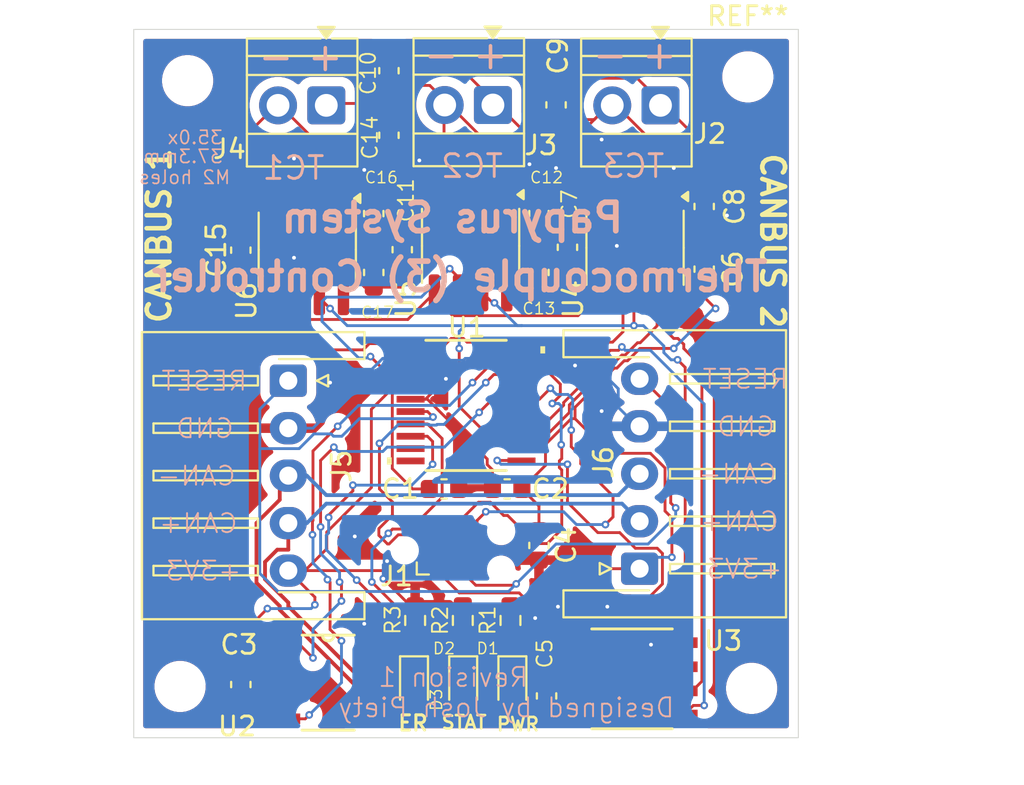
<source format=kicad_pcb>
(kicad_pcb (version 20241229) (generator "pcbnew") (generator_version "9.0")
  (layers (0 "F.Cu" signal) (2 "B.Cu" signal) (13 "F.Paste" user) (15 "B.Paste" user) (5 "F.SilkS" user "F.Silkscreen") (7 "B.SilkS" user "B.Silkscreen") (1 "F.Mask" user) (3 "B.Mask" user) (25 "Edge.Cuts" user))
  (net 0 "")
  (net 1 "GND")
  (net 2 "+3V3")
  (net 3 "Net-(J2-Pin_1)")
  (net 4 "Net-(J2-Pin_2)")
  (net 5 "Net-(J3-Pin_1)")
  (net 6 "Net-(J3-Pin_2)")
  (net 7 "Net-(J4-Pin_2)")
  (net 8 "Net-(J4-Pin_1)")
  (net 9 "Net-(D1-K)")
  (net 10 "/STATUS")
  (net 11 "Net-(D2-K)")
  (net 12 "/FAULT")
  (net 13 "Net-(D3-K)")
  (net 14 "/SWDIO")
  (net 15 "/SWCLK")
  (net 16 "/SWO")
  (net 17 "/RESETB")
  (net 18 "/CAN+")
  (net 19 "/CAN-")
  (net 21 "/CANTX")
  (net 22 "/CANRX")
  (net 23 "/MOSI")
  (net 24 "/TC2_CS")
  (net 26 "/TC1_CS")
  (net 27 "/SCK")
  (net 28 "/FLASH_CE")
  (net 29 "/TC3_CS")
  (net 30 "/MISO")
  (footprint "Capacitor_SMD:C_0603_1608Metric" (layer "F.Cu") (at 140.6 45.125 90)
    (property "Reference" "C6")
    (property "Value" "100n")
  )
  (footprint "Capacitor_SMD:C_0603_1608Metric" (layer "F.Cu") (at 124.7 44.1 -90)
    (property "Reference" "C11")
    (property "Value" "100n")
  )
  (footprint "Capacitor_SMD:C_0603_1608Metric" (layer "F.Cu") (at 140.6 41.825 90)
    (property "Reference" "C8")
    (property "Value" "100n")
  )
  (footprint "footprints:SOIC8_SA_SST_MCH" (layer "F.Cu") (at 136.8 66.7)
    (property "Reference" "U3")
    (property "Value" "SST25PF020B-80-4C-SAE")
  )
  (footprint "Connector_JST:JST_XH_S5B-XH-A-1_1x05_P2.50mm_Horizontal" (layer "F.Cu") (at 137.2 60.9 90)
    (property "Reference" "J6")
    (property "Value" "Conn_01x05")
  )
  (footprint "Capacitor_SMD:C_0603_1608Metric" (layer "F.Cu") (at 131.9 59.675 -90)
    (property "Reference" "C4")
    (property "Value" "100n")
  )
  (footprint "LED_SMD:LED_0603_1608Metric" (layer "F.Cu") (at 127.91 67 -90)
    (property "Reference" "D2")
    (property "Value" "LED")
  )
  (footprint "Capacitor_SMD:C_0603_1608Metric" (layer "F.Cu") (at 133.4 43.975 -90)
    (property "Reference" "C7")
    (property "Value" "100n")
  )
  (footprint "Capacitor_SMD:C_0603_1608Metric" (layer "F.Cu") (at 126.9 56.7)
    (property "Reference" "C1")
    (property "Value" "100n")
  )
  (footprint "Capacitor_SMD:C_0603_1608Metric" (layer "F.Cu") (at 124 38.075 -90)
    (property "Reference" "C14")
    (property "Value" "100n")
  )
  (footprint "Resistor_SMD:R_0603_1608Metric" (layer "F.Cu") (at 127.89 63.625 90)
    (property "Reference" "R2")
    (property "Value" "1k")
  )
  (footprint "Capacitor_SMD:C_0603_1608Metric" (layer "F.Cu") (at 132.3 67.6 -90)
    (property "Reference" "C5")
    (property "Value" "100n")
  )
  (footprint "footprints:D8" (layer "F.Cu") (at 120.8 66.9)
    (property "Reference" "U2")
    (property "Value" "SN65HVD232QDRG4Q1")
  )
  (footprint "Resistor_SMD:R_0603_1608Metric" (layer "F.Cu") (at 130.4 63.625 90)
    (property "Reference" "R1")
    (property "Value" "1k")
  )
  (footprint "MountingHole:MountingHole_2.2mm_M2" (layer "F.Cu") (at 113.4 35.2)
    (property "Reference" "REF**" (hide yes))
    (property "Value" "MountingHole_2.2mm_M2")
  )
  (footprint "Capacitor_SMD:C_0603_1608Metric" (layer "F.Cu") (at 131.9 42.2 90)
    (property "Reference" "C12")
    (property "Value" "100n")
  )
  (footprint "Connector:Tag-Connect_TC2030-IDC-NL_2x03_P1.27mm_Vertical" (layer "F.Cu") (at 127.37 59.935)
    (property "Reference" "J1")
    (property "Value" "Conn_ARM_SWD_TagConnect_TC2030-NL")
  )
  (footprint "TerminalBlock:TerminalBlock_Xinya_XY308-2.54-2P_1x02_P2.54mm_Horizontal" (layer "F.Cu") (at 138.3 36.5 180)
    (property "Reference" "J2")
    (property "Value" "Screw_Terminal_01x02")
  )
  (footprint "LED_SMD:LED_0603_1608Metric" (layer "F.Cu") (at 125.32 67 -90)
    (property "Reference" "D3")
    (property "Value" "LED")
  )
  (footprint "Capacitor_SMD:C_0603_1608Metric" (layer "F.Cu") (at 131.9 45.3 90)
    (property "Reference" "C13")
    (property "Value" "100n")
  )
  (footprint "TerminalBlock:TerminalBlock_Xinya_XY308-2.54-2P_1x02_P2.54mm_Horizontal" (layer "F.Cu") (at 129.475 36.4825 180)
    (property "Reference" "J3")
    (property "Value" "Screw_Terminal_01x02")
  )
  (footprint "MountingHole:MountingHole_2.2mm_M2" (layer "F.Cu") (at 113 67.1)
    (property "Reference" "REF**" (hide yes))
    (property "Value" "MountingHole_2.2mm_M2")
  )
  (footprint "Capacitor_SMD:C_0603_1608Metric" (layer "F.Cu") (at 123.2 45.3 90)
    (property "Reference" "C17")
    (property "Value" "100n")
  )
  (footprint "Package_SO:SOIC-8_3.9x4.9mm_P1.27mm" (layer "F.Cu") (at 136.96 44 -90)
    (property "Reference" "U4")
    (property "Value" "MAX31855KASA")
  )
  (footprint "Capacitor_SMD:C_0603_1608Metric" (layer "F.Cu") (at 124 34.675 -90)
    (property "Reference" "C10")
    (property "Value" "100n")
  )
  (footprint "Capacitor_SMD:C_0603_1608Metric" (layer "F.Cu") (at 130.225 56.7 180)
    (property "Reference" "C2")
    (property "Value" "10u")
  )
  (footprint "Package_SO:SOIC-8_3.9x4.9mm_P1.27mm" (layer "F.Cu") (at 119.7 44.1 -90)
    (property "Reference" "U6")
    (property "Value" "MAX31855KASA")
  )
  (footprint "Capacitor_SMD:C_0603_1608Metric" (layer "F.Cu") (at 116.2 67 90)
    (property "Reference" "C3")
    (property "Value" "100n")
  )
  (footprint "TerminalBlock:TerminalBlock_Xinya_XY308-2.54-2P_1x02_P2.54mm_Horizontal" (layer "F.Cu") (at 120.7 36.5 180)
    (property "Reference" "J4")
    (property "Value" "Screw_Terminal_01x02")
  )
  (footprint "Connector_JST:JST_XH_S5B-XH-A-1_1x05_P2.50mm_Horizontal" (layer "F.Cu") (at 118.7 51 -90)
    (property "Reference" "J5")
    (property "Value" "Conn_01x05")
  )
  (footprint "MountingHole:MountingHole_2.2mm_M2" (layer "F.Cu") (at 142.9 35)
    (property "Reference" "REF**")
    (property "Value" "MountingHole_2.2mm_M2")
  )
  (footprint "footprints:TSSOP20_STM" (layer "F.Cu") (at 128.06 52.3)
    (property "Reference" "U1")
    (property "Value" "STM32C092FCP6")
  )
  (footprint "MountingHole:MountingHole_2.2mm_M2" (layer "F.Cu") (at 143.1 67.2)
    (property "Reference" "REF**" (hide yes))
    (property "Value" "MountingHole_2.2mm_M2")
  )
  (footprint "Resistor_SMD:R_0603_1608Metric" (layer "F.Cu") (at 125.38 63.625 90)
    (property "Reference" "R3")
    (property "Value" "1k")
  )
  (footprint "Capacitor_SMD:C_0603_1608Metric" (layer "F.Cu") (at 116.2 44.125 -90)
    (property "Reference" "C15")
    (property "Value" "100n")
  )
  (footprint "LED_SMD:LED_0603_1608Metric" (layer "F.Cu") (at 130.5 67 -90)
    (property "Reference" "D1")
    (property "Value" "LED")
  )
  (footprint "Capacitor_SMD:C_0603_1608Metric" (layer "F.Cu") (at 123.2 42.2 90)
    (property "Reference" "C16")
    (property "Value" "100n")
  )
  (footprint "Package_SO:SOIC-8_3.9x4.9mm_P1.27mm" (layer "F.Cu") (at 128.3 43.9 -90)
    (property "Reference" "U5")
    (property "Value" "MAX31855KASA")
  )
  (footprint "Capacitor_SMD:C_0603_1608Metric" (layer "F.Cu") (at 132.8 36.475 -90)
    (property "Reference" "C9")
    (property "Value" "100n")
  )
  (gr_rect (start 110.56 32.5) (end 145.56 69.8) (stroke (width 0.05)) (fill no) (layer "Edge.Cuts"))
  (gr_text "STAT" (at 126.7 69.4 0) (layer "F.SilkS") (effects (font (size 0.7 0.7) (thickness 0.14) (bold yes)) (justify left bottom)))
  (gr_text "CANBUS 2" (at 143.5 38.9 270) (layer "F.SilkS") (effects (font (size 1.2 1.2) (thickness 0.24) (bold yes)) (justify left bottom)))
  (gr_text "CANBUS 1" (at 112.6 48.1 90) (layer "F.SilkS") (effects (font (size 1.2 1.2) (thickness 0.24) (bold yes)) (justify left bottom)))
  (gr_text "ER\n" (at 124.4 69.5 0) (layer "F.SilkS") (effects (font (size 0.8 0.8) (thickness 0.16) (bold yes)) (justify left bottom)))
  (gr_text "PWR" (at 129.6 69.5 0) (layer "F.SilkS") (effects (font (size 0.7 0.7) (thickness 0.14) (bold yes)) (justify left bottom)))
  (gr_text "+3V3" (at 116.3 61.6 0) (layer "B.SilkS") (effects (font (size 1 1) (thickness 0.1)) (justify left bottom mirror)))
  (gr_text "CAN+" (at 116.1 59.1 0) (layer "B.SilkS") (effects (font (size 1 1) (thickness 0.1)) (justify left bottom mirror)))
  (gr_text "TC1" (at 120.7 40.5 0) (layer "B.SilkS") (effects (font (size 1.2 1.2)) (justify left bottom mirror)))
  (gr_text "Revision 1" (at 131.4 67.2 0) (layer "B.SilkS") (effects (font (size 1 1) (thickness 0.1)) (justify left bottom mirror)))
  (gr_text "RESET" (at 145.1 51.5 0) (layer "B.SilkS") (effects (font (size 1 1) (thickness 0.1)) (justify left bottom mirror)))
  (gr_text "37.3mm" (at 115.3 39.6 0) (layer "B.SilkS") (effects (font (size 0.7 0.7) (thickness 0.0875)) (justify left bottom mirror)))
  (gr_text "+3V3" (at 144.8 61.5 0) (layer "B.SilkS") (effects (font (size 1 1) (thickness 0.1)) (justify left bottom mirror)))
  (gr_text "Thermocouple (3) Controller " (at 144.1 46.4 0) (layer "B.SilkS") (effects (font (size 1.5 1.5) (thickness 0.3) (bold yes)) (justify left bottom mirror)))
  (gr_text "CAN-" (at 116 56.6 0) (layer "B.SilkS") (effects (font (size 1 1) (thickness 0.1)) (justify left bottom mirror)))
  (gr_text "+" (at 139.3 34.7 0) (layer "B.SilkS") (effects (font (size 1.5 1.5) (thickness 0.1875)) (justify left bottom mirror)))
  (gr_text "CAN+" (at 144.6 59 0) (layer "B.SilkS") (effects (font (size 1 1) (thickness 0.1)) (justify left bottom mirror)))
  (gr_text "+" (at 130.4 34.7 0) (layer "B.SilkS") (effects (font (size 1.5 1.5) (thickness 0.1875)) (justify left bottom mirror)))
  (gr_text "35.0x" (at 115.3 38.6 0) (layer "B.SilkS") (effects (font (size 0.7 0.7) (thickness 0.0875)) (justify left bottom mirror)))
  (gr_text "-" (at 127.8 34.7 0) (layer "B.SilkS") (effects (font (size 1.5 1.5) (thickness 0.1875)) (justify left bottom mirror)))
  (gr_text "-" (at 136.7 34.7 0) (layer "B.SilkS") (effects (font (size 1.5 1.5) (thickness 0.1875)) (justify left bottom mirror)))
  (gr_text "TC3" (at 138.6 40.4 0) (layer "B.SilkS") (effects (font (size 1.2 1.2)) (justify left bottom mirror)))
  (gr_text "+" (at 121.7 34.8 0) (layer "B.SilkS") (effects (font (size 1.5 1.5) (thickness 0.1875)) (justify left bottom mirror)))
  (gr_text "Papyrus System" (at 136.5 43.3 0) (layer "B.SilkS") (effects (font (size 1.5 1.5) (thickness 0.3) (bold yes)) (justify left bottom mirror)))
  (gr_text "RESET" (at 116.6 51.6 0) (layer "B.SilkS") (effects (font (size 1 1) (thickness 0.1)) (justify left bottom mirror)))
  (gr_text "M2 holes" (at 115.7 40.7 0) (layer "B.SilkS") (effects (font (size 0.7 0.7) (thickness 0.0875)) (justify left bottom mirror)))
  (gr_text "-" (at 119.1 34.8 0) (layer "B.SilkS") (effects (font (size 1.5 1.5) (thickness 0.1875)) (justify left bottom mirror)))
  (gr_text "GND" (at 144.4 54 0) (layer "B.SilkS") (effects (font (size 1 1) (thickness 0.1)) (justify left bottom mirror)))
  (gr_text "Designed by Josh Piety" (at 139.1 68.8 0) (layer "B.SilkS") (effects (font (size 1 1) (thickness 0.1)) (justify left bottom mirror)))
  (gr_text "CAN-" (at 144.5 56.5 0) (layer "B.SilkS") (effects (font (size 1 1) (thickness 0.1)) (justify left bottom mirror)))
  (gr_text "GND" (at 115.9 54.1 0) (layer "B.SilkS") (effects (font (size 1 1) (thickness 0.1)) (justify left bottom mirror)))
  (gr_text "TC2" (at 130.1 40.4 0) (layer "B.SilkS") (effects (font (size 1.2 1.2)) (justify left bottom mirror)))
  (segment (start 125.38 62.8) (end 125.075 62.8) (width 0.15) (layer "F.Cu") (net 1))
  (segment (start 129.2 68.605) (end 129.695 69.1) (width 0.15) (layer "F.Cu") (net 1))
  (segment (start 125.075 62.8) (end 123.7 61.425) (width 0.15) (layer "F.Cu") (net 1))
  (segment (start 123.901 42.274) (end 123.901 41.099) (width 0.15) (layer "F.Cu") (net 1))
  (segment (start 129.0803 60.1297) (end 131.5797 60.1297) (width 0.15) (layer "F.Cu") (net 1))
  (segment (start 133.2 68.605) (end 132.97 68.375) (width 0.15) (layer "F.Cu") (net 1))
  (segment (start 129.175 55.417463) (end 129.175 55.124399) (width 0.15) (layer "F.Cu") (net 1))
  (segment (start 123.901 41.099) (end 125.6 39.4) (width 0.15) (layer "F.Cu") (net 1))
  (segment (start 130.4 62.8) (end 129.2 64) (width 0.15) (layer "F.Cu") (net 1))
  (segment (start 116.2 44.9) (end 117.11057 44.9) (width 0.15) (layer "F.Cu") (net 1))
  (segment (start 132.8 42.075) (end 132.8 39.8) (width 0.15) (layer "F.Cu") (net 1))
  (segment (start 129.2 64) (end 129.2 68.605) (width 0.15) (layer "F.Cu") (net 1))
  (segment (start 129.175 55.124399) (end 126.0256 51.974999) (width 0.15) (layer "F.Cu") (net 1))
  (segment (start 130.4 62.8) (end 125.38 62.8) (width 0.15) (layer "F.Cu") (net 1))
  (segment (start 141.5 42.6) (end 141.8 42.3) (width 0.15) (layer "F.Cu") (net 1))
  (segment (start 123.2 42.975) (end 123.2 44.525) (width 0.15) (layer "F.Cu") (net 1))
  (segment (start 140.6 44.35) (end 140.6 42.6) (width 0.15) (layer "F.Cu") (net 1))
  (segment (start 124.7 44.875) (end 123.55 44.875) (width 0.15) (layer "F.Cu") (net 1))
  (segment (start 119 44.525) (end 123.2 44.525) (width 0.15) (layer "F.Cu") (net 1))
  (segment (start 140.6 42.6) (end 141.5 42.6) (width 0.15) (layer "F.Cu") (net 1))
  (segment (start 121.605 41.625) (end 122.7 40.53) (width 0.15) (layer "F.Cu") (net 1))
  (segment (start 116.2 66.225) (end 118.2962 66.225) (width 0.15) (layer "F.Cu") (net 1))
  (segment (start 131.9 42.975) (end 131.9 44.525) (width 0.15) (layer "F.Cu") (net 1))
  (segment (start 123.55 44.875) (end 123.2 44.525) (width 0.15) (layer "F.Cu") (net 1))
  (segment (start 119.0474 66.265) (end 121.082 68.2996) (width 0.15) (layer "F.Cu") (net 1))
  (segment (start 130.205 40.195) (end 130.8 39.6) (width 0.15) (layer "F.Cu") (net 1))
  (segment (start 131 69.1) (end 131.725 68.375) (width 0.15) (layer "F.Cu") (net 1))
  (segment (start 130.205 41.425) (end 130.205 40.195) (width 0.15) (layer "F.Cu") (net 1))
  (segment (start 129.45 56.7) (end 127.675 56.7) (width 0.15) (layer "F.Cu") (net 1))
  (segment (start 131.725 68.375) (end 132.3 68.375) (width 0.15) (layer "F.Cu") (net 1))
  (segment (start 131 69.1) (end 129.695 69.1) (width 0.15) (layer "F.Cu") (net 1))
  (segment (start 124.4804 68.2996) (end 124.7858 68.605) (width 0.15) (layer "F.Cu") (net 1))
  (segment (start 117.11057 44.9) (end 117.48557 44.525) (width 0.15) (layer "F.Cu") (net 1))
  (segment (start 131 62.8) (end 131.7 63.5) (width 0.15) (layer "F.Cu") (net 1))
  (segment (start 130.8 39.6) (end 131.4 39.6) (width 0.15) (layer "F.Cu") (net 1))
  (segment (start 130.4 62.8) (end 131 62.8) (width 0.15) (layer "F.Cu") (net 1))
  (segment (start 131.5797 60.1297) (end 131.9 60.45) (width 0.15) (layer "F.Cu") (net 1))
  (segment (start 123.2 42.975) (end 123.901 42.274) (width 0.15) (layer "F.Cu") (net 1))
  (segment (start 128.64 60.57) (end 129.0803 60.1297) (width 0.15) (layer "F.Cu") (net 1))
  (segment (start 125.139 51.974999) (end 125.925001 51.974999) (width 0.15) (layer "F.Cu") (net 1))
  (segment (start 129.45 56.7) (end 129.45 55.692463) (width 0.15) (layer "F.Cu") (net 1))
  (segment (start 117.48557 44.525) (end 119 44.525) (width 0.15) (layer "F.Cu") (net 1))
  (segment (start 121.082 68.2996) (end 124.4804 68.2996) (width 0.15) (layer "F.Cu") (net 1))
  (segment (start 124.7858 68.605) (end 129.2 68.605) (width 0.15) (layer "F.Cu") (net 1))
  (segment (start 133.175 44.525) (end 133.4 44.75) (width 0.15) (layer "F.Cu") (net 1))
  (segment (start 126.0256 51.974999) (end 125.139 51.974999) (width 0.15) (layer "F.Cu") (net 1))
  (segment (start 129.45 55.692463) (end 129.175 55.417463) (width 0.15) (layer "F.Cu") (net 1))
  (segment (start 131.9 44.525) (end 133.175 44.525) (width 0.15) (layer "F.Cu") (net 1))
  (segment (start 139 39.8) (end 138.865 39.935) (width 0.15) (layer "F.Cu") (net 1))
  (segment (start 118.3362 66.265) (end 119.0474 66.265) (width 0.15) (layer "F.Cu") (net 1))
  (segment (start 118.2962 66.225) (end 118.3362 66.265) (width 0.15) (layer "F.Cu") (net 1))
  (segment (start 138.865 39.935) (end 138.865 41.525) (width 0.15) (layer "F.Cu") (net 1))
  (segment (start 122.7 40.53) (end 122.7 39.9) (width 0.15) (layer "F.Cu") (net 1))
  (segment (start 125.925001 51.974999) (end 127 50.9) (width 0.15) (layer "F.Cu") (net 1))
  (segment (start 131.9 42.975) (end 132.8 42.075) (width 0.15) (layer "F.Cu") (net 1))
  (segment (start 132.97 68.375) (end 132.3 68.375) (width 0.15) (layer "F.Cu") (net 1))
  (via (at 125.6 39.4) (size 0.4) (drill 0.2) (layers "F.Cu" "B.Cu") (net 1))
  (via (at 137.8 64.9) (size 0.4) (drill 0.2) (layers "F.Cu" "B.Cu") (net 1))
  (via (at 139 39.8) (size 0.4) (drill 0.2) (layers "F.Cu" "B.Cu") (net 1))
  (via (at 135.2 52.6) (size 0.4) (drill 0.2) (layers "F.Cu" "B.Cu") (net 1))
  (via (at 122.2 59.2) (size 0.4) (drill 0.2) (layers "F.Cu" "B.Cu") (net 1))
  (via (at 122.7 39.9) (size 0.4) (drill 0.2) (layers "F.Cu" "B.Cu") (net 1))
  (via (at 131.4 39.6) (size 0.4) (drill 0.2) (layers "F.Cu" "B.Cu") (net 1))
  (via (at 119 44.525) (size 0.4) (drill 0.2) (layers "F.Cu" "B.Cu") (net 1))
  (via (at 135.5 62.9) (size 0.4) (drill 0.2) (layers "F.Cu" "B.Cu") (net 1))
  (via (at 123.9 60.5) (size 0.4) (drill 0.2) (layers "F.Cu" "B.Cu") (net 1))
  (via (at 136 43.9) (size 0.4) (drill 0.2) (layers "F.Cu" "B.Cu") (net 1))
  (via (at 127 50.9) (size 0.4) (drill 0.2) (layers "F.Cu" "B.Cu") (net 1))
  (via (at 135.2 38.3) (size 0.4) (drill 0.2) (layers "F.Cu" "B.Cu") (net 1))
  (via (at 132.8 39.8) (size 0.4) (drill 0.2) (layers "F.Cu" "B.Cu") (net 1))
  (via (at 133.8 50.2) (size 0.4) (drill 0.2) (layers "F.Cu" "B.Cu") (net 1))
  (via (at 123.7 61.425) (size 0.4) (drill 0.2) (layers "F.Cu" "B.Cu") (net 1))
  (via (at 132.9 62.9) (size 0.4) (drill 0.2) (layers "F.Cu" "B.Cu") (net 1))
  (via (at 131.7 63.5) (size 0.4) (drill 0.2) (layers "F.Cu" "B.Cu") (net 1))
  (via (at 120.9 51.1) (size 0.4) (drill 0.2) (layers "F.Cu" "B.Cu") (net 1))
  (via (at 122.7 63.8) (size 0.4) (drill 0.2) (layers "F.Cu" "B.Cu") (net 1))
  (via (at 141.8 42.3) (size 0.4) (drill 0.2) (layers "F.Cu" "B.Cu") (net 1))
  (via (at 119 39.3) (size 0.4) (drill 0.2) (layers "F.Cu" "B.Cu") (net 1))
  (segment (start 132.8 39.8) (end 139 39.8) (width 0.15) (layer "B.Cu") (net 1))
  (segment (start 137.075 53.4) (end 137.2 53.4) (width 0.15) (layer "B.Cu") (net 1))
  (segment (start 131.6 39.8) (end 132.8 39.8) (width 0.15) (layer "B.Cu") (net 1))
  (segment (start 123.09918 50.39918) (end 121.19918 50.39918) (width 0.15) (layer "B.Cu") (net 1))
  (segment (start 125.6 39.4) (end 125.8 39.6) (width 0.15) (layer "B.Cu") (net 1))
  (segment (start 131.4 39.6) (end 131.6 39.8) (width 0.15) (layer "B.Cu") (net 1))
  (segment (start 125.8 39.6) (end 131.4 39.6) (width 0.15) (layer "B.Cu") (net 1))
  (segment (start 127.1 49.824) (end 127.201 49.925) (width 0.15) (layer "B.Cu") (net 1))
  (segment (start 119.99836 53.5) (end 123.09918 50.39918) (width 0.15) (layer "B.Cu") (net 1))
  (segment (start 123.7 61.425) (end 123.7 60.7) (width 0.15) (layer "B.Cu") (net 1))
  (segment (start 123.09918 50.39918) (end 123.67436 49.824) (width 0.15) (layer "B.Cu") (net 1))
  (segment (start 128.018463 49.824) (end 134.477306 49.824) (width 0.15) (layer "B.Cu") (net 1))
  (segment (start 134.477306 49.824) (end 136.075 51.421694) (width 0.15) (layer "B.Cu") (net 1))
  (segment (start 136.605094 63.5) (end 131.7 63.5) (width 0.15) (layer "B.Cu") (net 1))
  (segment (start 141.8 42.3) (end 141.5 42.3) (width 0.15) (layer "B.Cu") (net 1))
  (segment (start 123.67436 49.824) (end 127.1 49.824) (width 0.15) (layer "B.Cu") (net 1))
  (segment (start 136.075 52.4) (end 137.075 53.4) (width 0.15) (layer "B.Cu") (net 1))
  (segment (start 123.2 39.4) (end 125.6 39.4) (width 0.15) (layer "B.Cu") (net 1))
  (segment (start 122.7 39.9) (end 123.2 39.4) (width 0.15) (layer "B.Cu") (net 1))
  (segment (start 121.19918 50.39918) (end 118.9 48.1) (width 0.15) (layer "B.Cu") (net 1))
  (segment (start 118.9 44.625) (end 119 44.525) (width 0.15) (layer "B.Cu") (net 1))
  (segment (start 118.9 48.1) (end 118.9 44.625) (width 0.15) (layer "B.Cu") (net 1))
  (segment (start 123.7 60.7) (end 123.9 60.5) (width 0.15) (layer "B.Cu") (net 1))
  (segment (start 127.917463 49.925) (end 128.018463 49.824) (width 0.15) (layer "B.Cu") (net 1))
  (segment (start 127.1 50.8) (end 127.1 49.824) (width 0.15) (layer "B.Cu") (net 1))
  (segment (start 127.201 49.925) (end 127.917463 49.925) (width 0.15) (layer "B.Cu") (net 1))
  (segment (start 127 50.9) (end 127.1 50.8) (width 0.15) (layer "B.Cu") (net 1))
  (segment (start 141.5 42.3) (end 139 39.8) (width 0.15) (layer "B.Cu") (net 1))
  (segment (start 136.075 51.421694) (end 136.075 52.4) (width 0.15) (layer "B.Cu") (net 1))
  (segment (start 118.7 53.5) (end 119.99836 53.5) (width 0.15) (layer "B.Cu") (net 1))
  (segment (start 132.3 63.357537) (end 131.917463 62.975) (width 0.15) (layer "F.Cu") (net 2))
  (segment (start 117.795 43.072044) (end 116.643044 44.224) (width 0.15) (layer "F.Cu") (net 2))
  (segment (start 132.3 64.6) (end 131.632998 64.6) (width 0.15) (layer "F.Cu") (net 2))
  (segment (start 114.625 65.975) (end 117.6 63) (width 0.15) (layer "F.Cu") (net 2))
  (segment (start 116.834834 45.6) (end 117.360834 45.074) (width 0.15) (layer "F.Cu") (net 2))
  (segment (start 131.657998 62.975) (end 130.856998 62.174) (width 0.15) (layer "F.Cu") (net 2))
  (segment (start 115.756956 44.224) (end 115.499 44.481956) (width 0.15) (layer "F.Cu") (net 2))
  (segment (start 139.52415 64.795) (end 139.52415 66.065) (width 0.15) (layer "F.Cu") (net 2))
  (segment (start 130.856998 63.824) (end 129.943002 63.824) (width 0.15) (layer "F.Cu") (net 2))
  (segment (start 140.6 45.9) (end 138.1 43.4) (width 0.15) (layer "F.Cu") (net 2))
  (segment (start 120.726 59.849) (end 120.726 58.974) (width 0.15) (layer "F.Cu") (net 2))
  (segment (start 118.7 61) (end 119.575 61) (width 0.15) (layer "F.Cu") (net 2))
  (segment (start 120.1 62.4) (end 118.7 61) (width 0.15) (layer "F.Cu") (net 2))
  (segment (start 129.699 66.9865) (end 130.5 67.7875) (width 0.15) (layer "F.Cu") (net 2))
  (segment (start 135.6 60.9) (end 132.3 64.2) (width 0.15) (layer "F.Cu") (net 2))
  (segment (start 136 50.338576) (end 136.390156 49.94842) (width 0.15) (layer "F.Cu") (net 2))
  (segment (start 115.780956 45.6) (end 116.834834 45.6) (width 0.15) (layer "F.Cu") (net 2))
  (segment (start 121.724 45.074) (end 122.725 46.075) (width 0.15) (layer "F.Cu") (net 2))
  (segment (start 131.632998 64.6) (end 130.856998 63.824) (width 0.15) (layer "F.Cu") (net 2))
  (segment (start 116.643044 44.224) (end 115.756956 44.224) (width 0.15) (layer "F.Cu") (net 2))
  (segment (start 126.395 42.399999) (end 129.169001 45.174) (width 0.15) (layer "F.Cu") (net 2))
  (segment (start 125.67 61) (end 118.7 61) (width 0.15) (layer "F.Cu") (net 2))
  (segment (start 124.1764 55.628798) (end 125.247602 56.7) (width 0.15) (layer "F.Cu") (net 2))
  (segment (start 129.169001 45.174) (end 130.999 45.174) (width 0.15) (layer "F.Cu") (net 2))
  (segment (start 137.2 60.9) (end 135.6 60.9) (width 0.15) (layer "F.Cu") (net 2))
  (segment (start 135.055 44.214044) (end 135.055 41.525) (width 0.15) (layer "F.Cu") (net 2))
  (segment (start 131.9 58.9) (end 131.9 57.6) (width 0.15) (layer "F.Cu") (net 2))
  (segment (start 141.2 47.2) (end 140.6 46.6) (width 0.15) (layer "F.Cu") (net 2))
  (segment (start 137.215353 49.3) (end 139 49.3) (width 0.15) (layer "F.Cu") (net 2))
  (segment (start 131.9 46.075) (end 133.194044 46.075) (width 0.15) (layer "F.Cu") (net 2))
  (segment (start 123.074 56.626) (end 123.074 52.503401) (width 0.15) (layer "F.Cu") (net 2))
  (segment (start 132.2436 55.4564) (end 132.2436 54.353945) (width 0.15) (layer "F.Cu") (net 2))
  (segment (start 132.3 64.6) (end 132.3 66.25) (width 0.15) (layer "F.Cu") (net 2))
  (segment (start 138.9 60.3) (end 138.9 58.225) (width 0.15) (layer "F.Cu") (net 2))
  (segment (start 132.3 66.25) (end 132.3 66.825) (width 0.15) (layer "F.Cu") (net 2))
  (segment (start 129.699 64.068002) (end 129.699 66.9865) (width 0.15) (layer "F.Cu") (net 2))
  (segment (start 130.999 45.174) (end 131.9 46.075) (width 0.15) (layer "F.Cu") (net 2))
  (segment (start 117.360834 45.074) (end 121.724 45.074) (width 0.15) (layer "F.Cu") (net 2))
  (segment (start 115.499 45.318044) (end 115.780956 45.6) (width 0.15) (layer "F.Cu") (net 2))
  (segment (start 125.247602 56.7) (end 126.125 56.7) (width 0.15) (layer "F.Cu") (net 2))
  (segment (start 135.7967 66.065) (end 139.52415 66.065) (width 0.15) (layer "F.Cu") (net 2))
  (segment (start 129.943002 63.824) (end 129.699 64.068002) (width 0.15) (layer "F.Cu") (net 2))
  (segment (start 118.0962 67.775) (end 118.3362 67.535) (width 0.15) (layer "F.Cu") (net 2))
  (segment (start 119.575 61) (end 120.726 59.849) (width 0.15) (layer "F.Cu") (net 2))
  (segment (start 137.768694 54.824) (end 135.624 54.824) (width 0.15) (layer "F.Cu") (net 2))
  (segment (start 117.795 41.625) (end 117.795 43.072044) (width 0.15) (layer "F.Cu") (net 2))
  (segment (start 116.2 67.775) (end 114.625 66.2) (width 0.15) (layer "F.Cu") (net 2))
  (segment (start 130.856998 62.174) (end 127.704 62.174) (width 0.15) (layer "F.Cu") (net 2))
  (segment (start 131.9 57.6) (end 131 56.7) (width 0.15) (layer "F.Cu") (net 2))
  (segment (start 133.8 53) (end 133.8 52.4) (width 0.15) (layer "F.Cu") (net 2))
  (segment (start 140.6 46.6) (end 140.6 45.9) (width 0.15) (layer "F.Cu") (net 2))
  (segment (start 123.074 52.503401) (end 124.2524 51.325001) (width 0.15) (layer "F.Cu") (net 2))
  (segment (start 131.917463 62.975) (end 131.657998 62.975) (width 0.15) (layer "F.Cu") (net 2))
  (segment (start 138.538917 57.863917) (end 138.538917 55.594223) (width 0.15) (layer "F.Cu") (net 2))
  (segment (start 126.395 44.299044) (end 126.395 41.425) (width 0.15) (layer "F.Cu") (net 2))
  (segment (start 114.625 66.2) (end 114.625 65.975) (width 0.15) (layer "F.Cu") (net 2))
  (segment (start 123.2 46.075) (end 124.619044 46.075) (width 0.15) (layer "F.Cu") (net 2))
  (segment (start 124.2524 51.325001) (end 125.139 51.325001) (width 0.15) (layer "F.Cu") (net 2))
  (segment (start 133.8 52.4) (end 135.861424 50.338576) (width 0.15) (layer "F.Cu") (net 2))
  (segment (start 132.3 66.825) (end 133.56585 66.825) (width 0.15) (layer "F.Cu") (net 2))
  (segment (start 135.861424 50.338576) (end 136 50.338576) (width 0.15) (layer "F.Cu") (net 2))
  (segment (start 127.704 62.174) (end 126.1 60.57) (width 0.15) (layer "F.Cu") (net 2))
  (segment (start 136.689098 43.4) (end 135.055 41.765902) (width 0.15) (layer "F.Cu") (net 2))
  (segment (start 126.395 41.425) (end 126.395 42.399999) (width 0.15) (layer "F.Cu") (net 2))
  (segment (start 120.1 62.8) (end 120.1 62.4) (width 0.15) (layer "F.Cu") (net 2))
  (segment (start 132.2436 54.353945) (end 133.597545 53) (width 0.15) (layer "F.Cu") (net 2))
  (segment (start 135.624 54.824) (end 133.8 53) (width 0.15) (layer "F.Cu") (net 2))
  (segment (start 138.538917 55.594223) (end 137.768694 54.824) (width 0.15) (layer "F.Cu") (net 2))
  (segment (start 131 56.7) (end 132.2436 55.4564) (width 0.15) (layer "F.Cu") (net 2))
  (segment (start 138.9 58.225) (end 138.538917 57.863917) (width 0.15) (layer "F.Cu") (net 2))
  (segment (start 120.726 58.974) (end 123.074 56.626) (width 0.15) (layer "F.Cu") (net 2))
  (segment (start 122.725 46.075) (end 123.2 46.075) (width 0.15) (layer "F.Cu") (net 2))
  (segment (start 134.07585 67.335) (end 134.5267 67.335) (width 0.15) (layer "F.Cu") (net 2))
  (segment (start 138.1 43.4) (end 136.689098 43.4) (width 0.15) (layer "F.Cu") (net 2))
  (segment (start 124.553798 51.325001) (end 125.139 51.325001) (width 0.15) (layer "F.Cu") (net 2))
  (segment (start 133.56585 66.825) (end 134.07585 67.335) (width 0.15) (layer "F.Cu") (net 2))
  (segment (start 132.3 66.25) (end 132.3 63.357537) (width 0.15) (layer "F.Cu") (net 2))
  (segment (start 133.194044 46.075) (end 135.055 44.214044) (width 0.15) (layer "F.Cu") (net 2))
  (segment (start 115.499 44.481956) (end 115.499 45.318044) (width 0.15) (layer "F.Cu") (net 2))
  (segment (start 126.1 60.57) (end 125.67 61) (width 0.15) (layer "F.Cu") (net 2))
  (segment (start 124.1764 55.628798) (end 124.1764 51.702399) (width 0.15) (layer "F.Cu") (net 2))
  (segment (start 133.597545 53) (end 133.8 53) (width 0.15) (layer "F.Cu") (net 2))
  (segment (start 116.2 67.775) (end 118.0962 67.775) (width 0.15) (layer "F.Cu") (net 2))
  (segment (start 124.1764 51.702399) (end 124.553798 51.325001) (width 0.15) (layer "F.Cu") (net 2))
  (segment (start 136.390156 49.94842) (end 136.566933 49.94842) (width 0.15) (layer "F.Cu") (net 2))
  (segment (start 132.3 64.2) (end 132.3 64.6) (width 0.15) (layer "F.Cu") (net 2))
  (segment (start 134.5267 67.335) (end 135.7967 66.065) (width 0.15) (layer "F.Cu") (net 2))
  (segment (start 124.619044 46.075) (end 126.395 44.299044) (width 0.15) (layer "F.Cu") (net 2))
  (segment (start 135.055 41.765902) (end 135.055 41.525) (width 0.15) (layer "F.Cu") (net 2))
  (segment (start 136.566933 49.94842) (end 137.215353 49.3) (width 0.15) (layer "F.Cu") (net 2))
  (via (at 138.9 60.3) (size 0.4) (drill 0.2) (layers "F.Cu" "B.Cu") (net 2))
  (via (at 139 49.3) (size 0.4) (drill 0.2) (layers "F.Cu" "B.Cu") (net 2))
  (via (at 141.2 47.2) (size 0.4) (drill 0.2) (layers "F.Cu" "B.Cu") (net 2))
  (via (at 120.1 62.8) (size 0.4) (drill 0.2) (layers "F.Cu" "B.Cu") (net 2))
  (via (at 117.6 63) (size 0.4) (drill 0.2) (layers "F.Cu" "B.Cu") (net 2))
  (segment (start 119.9 63) (end 120.1 62.8) (width 0.15) (layer "B.Cu") (net 2))
  (segment (start 139 49.3) (end 141.1 47.2) (width 0.15) (layer "B.Cu") (net 2))
  (segment (start 141.1 47.2) (end 141.2 47.2) (width 0.15) (layer "B.Cu") (net 2))
  (segment (start 117.6 63) (end 119.9 63) (width 0.15) (layer "B.Cu") (net 2))
  (segment (start 137.8 60.3) (end 137.2 60.9) (width 0.15) (layer "B.Cu") (net 2))
  (segment (start 138.9 60.3) (end 137.8 60.3) (width 0.15) (layer "B.Cu") (net 2))
  (segment (start 140.6 41.05) (end 140.6 41.300902) (width 0.15) (layer "F.Cu") (net 3))
  (segment (start 140.6 38.6) (end 140.6 41.05) (width 0.15) (layer "F.Cu") (net 3))
  (segment (start 132.8 35.7) (end 133.426 35.074) (width 0.15) (layer "F.Cu") (net 3))
  (segment (start 136.325 41.765902) (end 136.325 41.525) (width 0.15) (layer "F.Cu") (net 3))
  (segment (start 133.426 35.074) (end 137.074 35.074) (width 0.15) (layer "F.Cu") (net 3))
  (segment (start 140.6 41.300902) (end 139.174902 42.726) (width 0.15) (layer "F.Cu") (net 3))
  (segment (start 138.3 36.3) (end 140.6 38.6) (width 0.15) (layer "F.Cu") (net 3))
  (segment (start 137.074 35.074) (end 138.3 36.3) (width 0.15) (layer "F.Cu") (net 3))
  (segment (start 137.285098 42.726) (end 136.325 41.765902) (width 0.15) (layer "F.Cu") (net 3))
  (segment (start 139.174902 42.726) (end 137.285098 42.726) (width 0.15) (layer "F.Cu") (net 3))
  (segment (start 133.4 43.2) (end 133.4 38.66) (width 0.15) (layer "F.Cu") (net 4))
  (segment (start 133.4 38.66) (end 135.76 36.3) (width 0.15) (layer "F.Cu") (net 4))
  (segment (start 135.76 36.3) (end 137.595 38.135) (width 0.15) (layer "F.Cu") (net 4))
  (segment (start 134.81 37.25) (end 135.76 36.3) (width 0.15) (layer "F.Cu") (net 4))
  (segment (start 132.8 37.25) (end 134.81 37.25) (width 0.15) (layer "F.Cu") (net 4))
  (segment (start 137.595 38.135) (end 137.595 41.525) (width 0.15) (layer "F.Cu") (net 4))
  (segment (start 127.14 33.9) (end 124 33.9) (width 0.15) (layer "F.Cu") (net 5))
  (segment (start 131.9 38.66) (end 131.9 41.425) (width 0.15) (layer "F.Cu") (net 5))
  (segment (start 127.665 42.399999) (end 128.865001 43.6) (width 0.15) (layer "F.Cu") (net 5))
  (segment (start 128.865001 43.6) (end 129.725 43.6) (width 0.15) (layer "F.Cu") (net 5))
  (segment (start 129.44 36.2) (end 127.14 33.9) (width 0.15) (layer "F.Cu") (net 5))
  (segment (start 129.725 43.6) (end 131.9 41.425) (width 0.15) (layer "F.Cu") (net 5))
  (segment (start 129.44 36.2) (end 131.9 38.66) (width 0.15) (layer "F.Cu") (net 5))
  (segment (start 127.665 41.425) (end 127.665 42.399999) (width 0.15) (layer "F.Cu") (net 5))
  (segment (start 124.7 43.325) (end 124.7 41.609098) (width 0.15) (layer "F.Cu") (net 6))
  (segment (start 124.7 41.609098) (end 126.9 39.409098) (width 0.15) (layer "F.Cu") (net 6))
  (segment (start 126.15 35.45) (end 126.9 36.2) (width 0.15) (layer "F.Cu") (net 6))
  (segment (start 126.9 39.409098) (end 126.9 36.2) (width 0.15) (layer "F.Cu") (net 6))
  (segment (start 128.935 38.235) (end 128.935 41.425) (width 0.15) (layer "F.Cu") (net 6))
  (segment (start 126.9 36.2) (end 128.935 38.235) (width 0.15) (layer "F.Cu") (net 6))
  (segment (start 124 35.45) (end 126.15 35.45) (width 0.15) (layer "F.Cu") (net 6))
  (segment (start 116.2 43.35) (end 116.2 38.36) (width 0.15) (layer "F.Cu") (net 7))
  (segment (start 120.335 38.575) (end 120.335 41.625) (width 0.15) (layer "F.Cu") (net 7))
  (segment (start 122.135001 38.85) (end 120.335 40.650001) (width 0.15) (layer "F.Cu") (net 7))
  (segment (start 124 38.85) (end 122.135001 38.85) (width 0.15) (layer "F.Cu") (net 7))
  (segment (start 120.335 40.650001) (end 120.335 41.625) (width 0.15) (layer "F.Cu") (net 7))
  (segment (start 118.16 36.4) (end 120.335 38.575) (width 0.15) (layer "F.Cu") (net 7))
  (segment (start 116.2 38.36) (end 118.16 36.4) (width 0.15) (layer "F.Cu") (net 7))
  (segment (start 119.256 42.826) (end 119.065 42.635) (width 0.15) (layer "F.Cu") (net 8))
  (segment (start 123.1 36.4) (end 124 37.3) (width 0.15) (layer "F.Cu") (net 8))
  (segment (start 122.074 42.826) (end 119.256 42.826) (width 0.15) (layer "F.Cu") (net 8))
  (segment (start 123.601 41.024) (end 123.2 41.425) (width 0.15) (layer "F.Cu") (net 8))
  (segment (start 123.2 41.425) (end 123.2 41.7) (width 0.15) (layer "F.Cu") (net 8))
  (segment (start 120.7 36.4) (end 123.1 36.4) (width 0.15) (layer "F.Cu") (net 8))
  (segment (start 124.701 38.001) (end 124.701 39.874736) (width 0.15) (layer "F.Cu") (net 8))
  (segment (start 123.2 41.7) (end 122.074 42.826) (width 0.15) (layer "F.Cu") (net 8))
  (segment (start 124 37.3) (end 124.701 38.001) (width 0.15) (layer "F.Cu") (net 8))
  (segment (start 123.601 40.974736) (end 123.601 41.024) (width 0.15) (layer "F.Cu") (net 8))
  (segment (start 124.701 39.874736) (end 123.601 40.974736) (width 0.15) (layer "F.Cu") (net 8))
  (segment (start 119.065 42.635) (end 119.065 41.625) (width 0.15) (layer "F.Cu") (net 8))
  (segment (start 130.4 64.45) (end 130.4 66.1125) (width 0.15) (layer "F.Cu") (net 9))
  (segment (start 130.4 66.1125) (end 130.5 66.2125) (width 0.15) (layer "F.Cu") (net 9))
  (segment (start 127.209 65.196002) (end 127.209 67.0865) (width 0.15) (layer "F.Cu") (net 10))
  (segment (start 123.1 61.602998) (end 125.321002 63.824) (width 0.15) (layer "F.Cu") (net 10))
  (segment (start 127.209 67.0865) (end 127.91 67.7875) (width 0.15) (layer "F.Cu") (net 10))
  (segment (start 126.801 57.143044) (end 125.131344 58.8127) (width 0.15) (layer "F.Cu") (net 10))
  (segment (start 125.139 53.274999) (end 126.0256 53.274999) (width 0.15) (layer "F.Cu") (net 10))
  (segment (start 125.131344 58.8127) (end 124.189764 58.8127) (width 0.15) (layer "F.Cu") (net 10))
  (segment (start 126.801 54.050399) (end 126.801 57.143044) (width 0.15) (layer "F.Cu") (net 10))
  (segment (start 126.0256 53.274999) (end 126.801 54.050399) (width 0.15) (layer "F.Cu") (net 10))
  (segment (start 125.836998 63.824) (end 127.209 65.196002) (width 0.15) (layer "F.Cu") (net 10))
  (segment (start 123.1 61.6) (end 123.1 61.602998) (width 0.15) (layer "F.Cu") (net 10))
  (segment (start 124.189764 58.8127) (end 123.965317 59.037147) (width 0.15) (layer "F.Cu") (net 10))
  (segment (start 125.321002 63.824) (end 125.836998 63.824) (width 0.15) (layer "F.Cu") (net 10))
  (via (at 123.965317 59.037147) (size 0.4) (drill 0.2) (layers "F.Cu" "B.Cu") (net 10))
  (via (at 123.1 61.6) (size 0.4) (drill 0.2) (layers "F.Cu" "B.Cu") (net 10))
  (segment (start 123.1 59.902464) (end 123.1 61.6) (width 0.15) (layer "B.Cu") (net 10))
  (segment (start 123.965317 59.037147) (end 123.1 59.902464) (width 0.15) (layer "B.Cu") (net 10))
  (segment (start 127.89 66.1925) (end 127.91 66.2125) (width 0.15) (layer "F.Cu") (net 11))
  (segment (start 127.89 64.45) (end 127.89 66.1925) (width 0.15) (layer "F.Cu") (net 11))
  (segment (start 124.5 66.9675) (end 125.32 67.7875) (width 0.15) (layer "F.Cu") (net 12))
  (segment (start 124.5 63.7) (end 124.5 66.9675) (width 0.15) (layer "F.Cu") (net 12))
  (segment (start 125.139 53.924998) (end 126.0256 53.924998) (width 0.15) (layer "F.Cu") (net 12))
  (segment (start 126.0256 53.924998) (end 126.3 54.199398) (width 0.15) (layer "F.Cu") (net 12))
  (segment (start 122.1 56.8) (end 120.825 58.075) (width 0.15) (layer "F.Cu") (net 12))
  (segment (start 122.3 61.5) (end 124.5 63.7) (width 0.15) (layer "F.Cu") (net 12))
  (segment (start 126.3 54.199398) (end 126.3 55.4) (width 0.15) (layer "F.Cu") (net 12))
  (segment (start 122.1 56.5) (end 122.1 56.8) (width 0.15) (layer "F.Cu") (net 12))
  (segment (start 120.825 58.075) (end 120.825 58.2) (width 0.15) (layer "F.Cu") (net 12))
  (via (at 126.3 55.4) (size 0.4) (drill 0.2) (layers "F.Cu" "B.Cu") (net 12))
  (via (at 120.825 58.2) (size 0.4) (drill 0.2) (layers "F.Cu" "B.Cu") (net 12))
  (via (at 122.3 61.5) (size 0.4) (drill 0.2) (layers "F.Cu" "B.Cu") (net 12))
  (via (at 122.1 56.5) (size 0.4) (drill 0.2) (layers "F.Cu" "B.Cu") (net 12))
  (segment (start 120.825 59.017463) (end 120.825 58.2) (width 0.15) (layer "B.Cu") (net 12))
  (segment (start 126.3 55.4) (end 125.2 56.5) (width 0.15) (layer "B.Cu") (net 12))
  (segment (start 125.2 56.5) (end 122.1 56.5) (width 0.15) (layer "B.Cu") (net 12))
  (segment (start 122.3 61.5) (end 120.7 59.9) (width 0.15) (layer "B.Cu") (net 12))
  (segment (start 120.7 59.142463) (end 120.825 59.017463) (width 0.15) (layer "B.Cu") (net 12))
  (segment (start 120.7 59.9) (end 120.7 59.142463) (width 0.15) (layer "B.Cu") (net 12))
  (segment (start 125.32 64.51) (end 125.38 64.45) (width 0.15) (layer "F.Cu") (net 13))
  (segment (start 125.32 66.2125) (end 125.32 64.51) (width 0.15) (layer "F.Cu") (net 13))
  (segment (start 125.543225 59.3) (end 126.1 59.3) (width 0.15) (layer "F.Cu") (net 14))
  (segment (start 130.981 50.675002) (end 129.524998 50.675002) (width 0.15) (layer "F.Cu") (net 14))
  (segment (start 123.469313 59.142184) (end 123.921935 59.594806) (width 0.15) (layer "F.Cu") (net 14))
  (segment (start 125.356925 59.1137) (end 125.543225 59.3) (width 0.15) (layer "F.Cu") (net 14))
  (segment (start 123.5 54.3) (end 123.5 56.7) (width 0.15) (layer "F.Cu") (net 14))
  (segment (start 124.0087 59.594806) (end 124.489806 59.1137) (width 0.15) (layer "F.Cu") (net 14))
  (segment (start 123.921935 59.594806) (end 124.0087 59.594806) (width 0.15) (layer "F.Cu") (net 14))
  (segment (start 123.469313 58.789274) (end 123.469313 59.142184) (width 0.15) (layer "F.Cu") (net 14))
  (segment (start 124.182851 58.075736) (end 123.469313 58.789274) (width 0.15) (layer "F.Cu") (net 14))
  (segment (start 129.524998 50.675002) (end 129.1 51.1) (width 0.15) (layer "F.Cu") (net 14))
  (segment (start 124.182851 57.382851) (end 124.182851 58.075736) (width 0.15) (layer "F.Cu") (net 14))
  (segment (start 124.489806 59.1137) (end 125.356925 59.1137) (width 0.15) (layer "F.Cu") (net 14))
  (segment (start 123.5 56.7) (end 124.182851 57.382851) (width 0.15) (layer "F.Cu") (net 14))
  (via (at 123.5 54.3) (size 0.4) (drill 0.2) (layers "F.Cu" "B.Cu") (net 14))
  (via (at 129.1 51.1) (size 0.4) (drill 0.2) (layers "F.Cu" "B.Cu") (net 14))
  (segment (start 124.499 53.301) (end 123.5 54.3) (width 0.15) (layer "B.Cu") (net 14))
  (segment (start 126.49692 53.339467) (end 126.14401 53.339467) (width 0.15) (layer "B.Cu") (net 14))
  (segment (start 126.9 53.3) (end 126.536387 53.3) (width 0.15) (layer "B.Cu") (net 14))
  (segment (start 126.536387 53.3) (end 126.49692 53.339467) (width 0.15) (layer "B.Cu") (net 14))
  (segment (start 126.14401 53.339467) (end 126.105543 53.301) (width 0.15) (layer "B.Cu") (net 14))
  (segment (start 129.1 51.1) (end 126.9 53.3) (width 0.15) (layer "B.Cu") (net 14))
  (segment (start 126.105543 53.301) (end 124.499 53.301) (width 0.15) (layer "B.Cu") (net 14))
  (segment (start 132.343044 59.576) (end 133.1 58.819044) (width 0.15) (layer "F.Cu") (net 15))
  (segment (start 130.7313 58.850344) (end 131.456956 59.576) (width 0.15) (layer "F.Cu") (net 15))
  (segment (start 133.1 54.4) (end 133.071232 54.371232) (width 0.15) (layer "F.Cu") (net 15))
  (segment (start 133.099 57.524678) (end 133.099 55.701455) (width 0.15) (layer "F.Cu") (net 15))
  (segment (start 130.040163 58.0977) (end 130.250194 58.0977) (width 0.15) (layer "F.Cu") (net 15))
  (segment (start 133.1 58.819044) (end 133.1 57.525678) (width 0.15) (layer "F.Cu") (net 15))
  (segment (start 133.025 51.182401) (end 133.025 51.775) (width 0.15) (layer "F.Cu") (net 15))
  (segment (start 133.1 57.525678) (end 133.099 57.524678) (width 0.15) (layer "F.Cu") (net 15))
  (segment (start 128.712225 57.401) (end 129.343463 57.401) (width 0.15) (layer "F.Cu") (net 15))
  (segment (start 129.343463 57.401) (end 130.040163 58.0977) (width 0.15) (layer "F.Cu") (net 15))
  (segment (start 127.37 58.743225) (end 128.712225 57.401) (width 0.15) (layer "F.Cu") (net 15))
  (segment (start 130.7313 58.578806) (end 130.7313 58.850344) (width 0.15) (layer "F.Cu") (net 15))
  (segment (start 130.250194 58.0977) (end 130.7313 58.578806) (width 0.15) (layer "F.Cu") (net 15))
  (segment (start 133.1 55.097545) (end 133.1 54.4) (width 0.15) (layer "F.Cu") (net 15))
  (segment (start 131.456956 59.576) (end 132.343044 59.576) (width 0.15) (layer "F.Cu") (net 15))
  (segment (start 127.37 59.3) (end 127.37 58.743225) (width 0.15) (layer "F.Cu") (net 15))
  (segment (start 132.974 55.576455) (end 132.974 55.223545) (width 0.15) (layer "F.Cu") (net 15))
  (segment (start 133.099 55.701455) (end 132.974 55.576455) (width 0.15) (layer "F.Cu") (net 15))
  (segment (start 130.981 50.025001) (end 131.8676 50.025001) (width 0.15) (layer "F.Cu") (net 15))
  (segment (start 132.974 55.223545) (end 133.1 55.097545) (width 0.15) (layer "F.Cu") (net 15))
  (segment (start 133.025 51.775) (end 132.6 52.2) (width 0.15) (layer "F.Cu") (net 15))
  (segment (start 131.8676 50.025001) (end 133.025 51.182401) (width 0.15) (layer "F.Cu") (net 15))
  (via (at 132.6 52.2) (size 0.4) (drill 0.2) (layers "F.Cu" "B.Cu") (net 15))
  (via (at 133.071232 54.371232) (size 0.4) (drill 0.2) (layers "F.Cu" "B.Cu") (net 15))
  (segment (start 132.942464 52.2) (end 132.6 52.2) (width 0.15) (layer "B.Cu") (net 15))
  (segment (start 133.071232 54.371232) (end 133.071232 52.328768) (width 0.15) (layer "B.Cu") (net 15))
  (segment (start 133.071232 52.328768) (end 132.942464 52.2) (width 0.15) (layer "B.Cu") (net 15))
  (segment (start 135.8 58.175) (end 135.8 57.075) (width 0.15) (layer "F.Cu") (net 16))
  (segment (start 135.4 58.575) (end 135.8 58.175) (width 0.15) (layer "F.Cu") (net 16))
  (segment (start 128.64 58.36) (end 129.1 57.9) (width 0.15) (layer "F.Cu") (net 16))
  (segment (start 131.924998 51.975002) (end 130.981 51.975002) (width 0.15) (layer "F.Cu") (net 16))
  (segment (start 133.6 54.475736) (end 133.6 53.6) (width 0.15) (layer "F.Cu") (net 16))
  (segment (start 132.5 51.4) (end 131.924998 51.975002) (width 0.15) (layer "F.Cu") (net 16))
  (segment (start 134.1 55.375) (end 134.1 54.975736) (width 0.15) (layer "F.Cu") (net 16))
  (segment (start 135.8 57.075) (end 134.1 55.375) (width 0.15) (layer "F.Cu") (net 16))
  (segment (start 128.64 59.3) (end 128.64 58.36) (width 0.15) (layer "F.Cu") (net 16))
  (segment (start 134.1 54.975736) (end 133.6 54.475736) (width 0.15) (layer "F.Cu") (net 16))
  (via (at 135.4 58.575) (size 0.4) (drill 0.2) (layers "F.Cu" "B.Cu") (net 16))
  (via (at 132.5 51.4) (size 0.4) (drill 0.2) (layers "F.Cu" "B.Cu") (net 16))
  (via (at 129.1 57.9) (size 0.4) (drill 0.2) (layers "F.Cu" "B.Cu") (net 16))
  (via (at 133.6 53.6) (size 0.4) (drill 0.2) (layers "F.Cu" "B.Cu") (net 16))
  (segment (start 133.2 57.9) (end 129.1 57.9) (width 0.15) (layer "B.Cu") (net 16))
  (segment (start 132.824 51.724) (end 133.426455 51.724) (width 0.15) (layer "B.Cu") (net 16))
  (segment (start 133.426455 51.724) (end 133.676 51.973545) (width 0.15) (layer "B.Cu") (net 16))
  (segment (start 133.875 58.575) (end 133.2 57.9) (width 0.15) (layer "B.Cu") (net 16))
  (segment (start 133.676 52.466463) (end 133.6 52.542463) (width 0.15) (layer "B.Cu") (net 16))
  (segment (start 133.676 51.973545) (end 133.676 52.466463) (width 0.15) (layer "B.Cu") (net 16))
  (segment (start 133.6 52.542463) (end 133.6 53.6) (width 0.15) (layer "B.Cu") (net 16))
  (segment (start 132.5 51.4) (end 132.824 51.724) (width 0.15) (layer "B.Cu") (net 16))
  (segment (start 135.4 58.575) (end 133.875 58.575) (width 0.15) (layer "B.Cu") (net 16))
  (segment (start 137.2 50.9) (end 137.325 50.9) (width 0.15) (layer "F.Cu") (net 17))
  (segment (start 138.838917 57.438917) (end 139.1 57.7) (width 0.15) (layer "F.Cu") (net 17))
  (segment (start 138.838917 52.413917) (end 138.838917 57.438917) (width 0.15) (layer "F.Cu") (net 17))
  (segment (start 127.37 60.57) (end 128.5723 61.7723) (width 0.15) (layer "F.Cu") (net 17))
  (segment (start 137.325 50.9) (end 138.838917 52.413917) (width 0.15) (layer "F.Cu") (net 17))
  (segment (start 126.031996 52.624998) (end 126.320465 52.913467) (width 0.15) (layer "F.Cu") (net 17))
  (segment (start 128.5723 61.7723) (end 130.6277 61.7723) (width 0.15) (layer "F.Cu") (net 17))
  (segment (start 125.139 52.624998) (end 126.031996 52.624998) (width 0.15) (layer "F.Cu") (net 17))
  (segment (start 130.6277 61.7723) (end 130.7 61.7) (width 0.15) (layer "F.Cu") (net 17))
  (via (at 130.7 61.7) (size 0.4) (drill 0.2) (layers "F.Cu" "B.Cu") (net 17))
  (via (at 139.1 57.7) (size 0.4) (drill 0.2) (layers "F.Cu" "B.Cu") (net 17))
  (via (at 126.320465 52.913467) (size 0.4) (drill 0.2) (layers "F.Cu" "B.Cu") (net 17))
  (segment (start 132.8 59.6) (end 137.646694 59.6) (width 0.15) (layer "B.Cu") (net 17))
  (segment (start 121.517463 53.925) (end 122.442463 53) (width 0.15) (layer "B.Cu") (net 17))
  (segment (start 137.646694 59.6) (end 139.1 58.146694) (width 0.15) (layer "B.Cu") (net 17))
  (segment (start 122.442463 53) (end 126.233932 53) (width 0.15) (layer "B.Cu") (net 17))
  (segment (start 120.958537 53.801) (end 121.082537 53.925) (width 0.15) (layer "B.Cu") (net 17))
  (segment (start 117.198 52.502) (end 117.198 54.6) (width 0.15) (layer "B.Cu") (net 17))
  (segment (start 117.198 54.6) (end 117.222 54.576) (width 0.15) (layer "B.Cu") (net 17))
  (segment (start 126.233932 53) (end 126.320465 52.913467) (width 0.15) (layer "B.Cu") (net 17))
  (segment (start 130.7 61.7) (end 132.8 59.6) (width 0.15) (layer "B.Cu") (net 17))
  (segment (start 117.222 54.576) (end 119.270694 54.576) (width 0.15) (layer "B.Cu") (net 17))
  (segment (start 120.045694 53.801) (end 120.958537 53.801) (width 0.15) (layer "B.Cu") (net 17))
  (segment (start 121.082537 53.925) (end 121.517463 53.925) (width 0.15) (layer "B.Cu") (net 17))
  (segment (start 139.1 58.146694) (end 139.1 57.7) (width 0.15) (layer "B.Cu") (net 17))
  (segment (start 118.7 51) (end 117.198 52.502) (width 0.15) (layer "B.Cu") (net 17))
  (segment (start 118.153306 62.1) (end 130.3 62.1) (width 0.15) (layer "B.Cu") (net 17))
  (segment (start 130.3 62.1) (end 130.7 61.7) (width 0.15) (layer "B.Cu") (net 17))
  (segment (start 117.198 61.144694) (end 118.153306 62.1) (width 0.15) (layer "B.Cu") (net 17))
  (segment (start 119.270694 54.576) (end 120.045694 53.801) (width 0.15) (layer "B.Cu") (net 17))
  (segment (start 117.198 54.6) (end 117.198 61.144694) (width 0.15) (layer "B.Cu") (net 17))
  (segment (start 118.7 62.881802) (end 118.7 62.682049) (width 0.2) (layer "F.Cu") (net 18))
  (segment (start 118.118951 59.899) (end 118.7 59.899) (width 0.2) (layer "F.Cu") (net 18))
  (segment (start 123.2638 66.265) (end 122.853801 66.674999) (width 0.2) (layer "F.Cu") (net 18))
  (segment (start 117.474 61.456049) (end 117.474 60.543951) (width 0.2) (layer "F.Cu") (net 18))
  (segment (start 122.493197 66.674999) (end 118.7 62.881802) (width 0.2) (layer "F.Cu") (net 18))
  (segment (start 117.474 60.543951) (end 118.118951 59.899) (width 0.2) (layer "F.Cu") (net 18))
  (segment (start 122.853801 66.674999) (end 122.493197 66.674999) (width 0.2) (layer "F.Cu") (net 18))
  (segment (start 118.7 62.682049) (end 117.474 61.456049) (width 0.2) (layer "F.Cu") (net 18))
  (segment (start 118.7 59.899) (end 118.7 58.5) (width 0.2) (layer "F.Cu") (net 18))
  (segment (start 128.887189 57.475) (end 128.913189 57.449) (width 0.2) (layer "B.Cu") (net 18))
  (segment (start 129.286811 57.449) (end 129.312811 57.475) (width 0.2) (layer "B.Cu") (net 18))
  (segment (start 136.275 57.475) (end 137.2 58.4) (width 0.2) (layer "B.Cu") (net 18))
  (segment (start 118.7 58.5) (end 119.675 58.5) (width 0.2) (layer "B.Cu") (net 18))
  (segment (start 129.312811 57.475) (end 136.275 57.475) (width 0.2) (layer "B.Cu") (net 18))
  (segment (start 119.675 58.5) (end 120.7 57.475) (width 0.2) (layer "B.Cu") (net 18))
  (segment (start 128.913189 57.449) (end 129.286811 57.449) (width 0.2) (layer "B.Cu") (net 18))
  (segment (start 120.7 57.475) (end 128.887189 57.475) (width 0.2) (layer "B.Cu") (net 18))
  (segment (start 118.25 63.068198) (end 118.25 62.868417) (width 0.2) (layer "F.Cu") (net 19))
  (segment (start 118.25 56.45) (end 118.7 56) (width 0.2) (layer "F.Cu") (net 19))
  (segment (start 122.853801 67.125001) (end 122.306803 67.125001) (width 0.2) (layer "F.Cu") (net 19))
  (segment (start 118.25 62.868417) (end 117.02402 61.642437) (width 0.2) (layer "F.Cu") (net 19))
  (segment (start 117.02402 58.493931) (end 118.25 57.267951) (width 0.2) (layer "F.Cu") (net 19))
  (segment (start 118.25 57.267951) (end 118.25 56.45) (width 0.2) (layer "F.Cu") (net 19))
  (segment (start 122.306803 67.125001) (end 118.25 63.068198) (width 0.2) (layer "F.Cu") (net 19))
  (segment (start 117.02402 61.642437) (end 117.02402 58.493931) (width 0.2) (layer "F.Cu") (net 19))
  (segment (start 123.2638 67.535) (end 122.853801 67.125001) (width 0.2) (layer "F.Cu") (net 19))
  (segment (start 120.7 57.025) (end 136.1 57.025) (width 0.2) (layer "B.Cu") (net 19))
  (segment (start 136.1 57.025) (end 136.1 57) (width 0.2) (layer "B.Cu") (net 19))
  (segment (start 136.1 57) (end 137.2 55.9) (width 0.2) (layer "B.Cu") (net 19))
  (segment (start 119.675 56) (end 120.7 57.025) (width 0.2) (layer "B.Cu") (net 19))
  (segment (start 118.7 56) (end 119.675 56) (width 0.2) (layer "B.Cu") (net 19))
  (segment (start 121.5 61.7) (end 121.4 61.6) (width 0.15) (layer "F.Cu") (net 21))
  (segment (start 120.4 55.2) (end 120.4 58.797545) (width 0.15) (layer "F.Cu") (net 21))
  (segment (start 121.1 54.5) (end 120.4 55.2) (width 0.15) (layer "F.Cu") (net 21))
  (segment (start 119.395 64.995) (end 120 65.6) (width 0.15) (layer "F.Cu") (net 21))
  (segment (start 118.3362 64.995) (end 119.395 64.995) (width 0.15) (layer "F.Cu") (net 21))
  (segment (start 121.5 62.6) (end 121.5 61.7) (width 0.15) (layer "F.Cu") (net 21))
  (segment (start 130.981 51.325001) (end 130.0944 51.325001) (width 0.15) (layer "F.Cu") (net 21))
  (segment (start 130.0944 51.325001) (end 128.750936 52.668463) (width 0.15) (layer "F.Cu") (net 21))
  (via (at 120 65.6) (size 0.4) (drill 0.2) (layers "F.Cu" "B.Cu") (net 21))
  (via (at 128.750936 52.668463) (size 0.4) (drill 0.2) (layers "F.Cu" "B.Cu") (net 21))
  (via (at 120.4 58.7) (size 0.4) (drill 0.2) (layers "F.Cu" "B.Cu") (net 21))
  (via (at 121.5 62.6) (size 0.4) (drill 0.2) (layers "F.Cu" "B.Cu") (net 21))
  (via (at 121.4 61.6) (size 0.4) (drill 0.2) (layers "F.Cu" "B.Cu") (net 21))
  (via (at 121.1 54.5) (size 0.4) (drill 0.2) (layers "F.Cu" "B.Cu") (net 21))
  (segment (start 121.1 54.5) (end 121.326 54.726) (width 0.15) (layer "B.Cu") (net 21))
  (segment (start 121.4 61.1) (end 120.4 60.1) (width 0.15) (layer "B.Cu") (net 21))
  (segment (start 123.676455 54.726) (end 123.902455 54.5) (width 0.15) (layer "B.Cu") (net 21))
  (segment (start 123.902455 54.5) (end 126.919399 54.5) (width 0.15) (layer "B.Cu") (net 21))
  (segment (start 121.4 61.6) (end 121.4 61.1) (width 0.15) (layer "B.Cu") (net 21))
  (segment (start 120 64.1) (end 121.5 62.6) (width 0.15) (layer "B.Cu") (net 21))
  (segment (start 121.326 54.726) (end 123.676455 54.726) (width 0.15) (layer "B.Cu") (net 21))
  (segment (start 126.919399 54.5) (end 128.750936 52.668463) (width 0.15) (layer "B.Cu") (net 21))
  (segment (start 120.4 60.1) (end 120.4 58.7) (width 0.15) (layer "B.Cu") (net 21))
  (segment (start 120 65.6) (end 120 64.1) (width 0.15) (layer "B.Cu") (net 21))
  (segment (start 119.972552 58.384985) (end 119.972552 59.110841) (width 0.15) (layer "F.Cu") (net 22))
  (segment (start 119.595 68.805) (end 118.3362 68.805) (width 0.15) (layer "F.Cu") (net 22))
  (segment (start 121.3 53.4) (end 120 54.7) (width 0.15) (layer "F.Cu") (net 22))
  (segment (start 121.5 64.7) (end 120.9 64.1) (width 0.15) (layer "F.Cu") (net 22))
  (segment (start 120 54.7) (end 120 58.357537) (width 0.15) (layer "F.Cu") (net 22))
  (segment (start 120.9 61.609904) (end 120.76262 61.472524) (width 0.15) (layer "F.Cu") (net 22))
  (segment (start 119.8 68.6) (end 119.595 68.805) (width 0.15) (layer "F.Cu") (net 22))
  (segment (start 130.124998 49.375002) (end 128.4 51.1) (width 0.15) (layer "F.Cu") (net 22))
  (segment (start 120.9 64.1) (end 120.9 61.609904) (width 0.15) (layer "F.Cu") (net 22))
  (segment (start 130.981 49.375002) (end 130.124998 49.375002) (width 0.15) (layer "F.Cu") (net 22))
  (segment (start 120 58.357537) (end 119.972552 58.384985) (width 0.15) (layer "F.Cu") (net 22))
  (via (at 120.76262 61.472524) (size 0.4) (drill 0.2) (layers "F.Cu" "B.Cu") (net 22))
  (via (at 121.3 53.4) (size 0.4) (drill 0.2) (layers "F.Cu" "B.Cu") (net 22))
  (via (at 119.972552 59.110841) (size 0.4) (drill 0.2) (layers "F.Cu" "B.Cu") (net 22))
  (via (at 121.5 64.7) (size 0.4) (drill 0.2) (layers "F.Cu" "B.Cu") (net 22))
  (via (at 128.4 51.1) (size 0.4) (drill 0.2) (layers "F.Cu" "B.Cu") (net 22))
  (via (at 119.8 68.6) (size 0.4) (drill 0.2) (layers "F.Cu" "B.Cu") (net 22))
  (segment (start 121.5 66.9) (end 119.8 68.6) (width 0.15) (layer "B.Cu") (net 22))
  (segment (start 122.4 52.3) (end 127.2 52.3) (width 0.15) (layer "B.Cu") (net 22))
  (segment (start 121.5 64.7) (end 121.5 66.9) (width 0.15) (layer "B.Cu") (net 22))
  (segment (start 120 59.138289) (end 119.972552 59.110841) (width 0.15) (layer "B.Cu") (net 22))
  (segment (start 127.2 52.3) (end 128.4 51.1) (width 0.15) (layer "B.Cu") (net 22))
  (segment (start 121.3 53.4) (end 122.4 52.3) (width 0.15) (layer "B.Cu") (net 22))
  (segment (start 120.76262 61.472524) (end 120.76262 61.36262) (width 0.15) (layer "B.Cu") (net 22))
  (segment (start 120 60.6) (end 120 59.138289) (width 0.15) (layer "B.Cu") (net 22))
  (segment (start 120.76262 61.36262) (end 120 60.6) (width 0.15) (layer "B.Cu") (net 22))
  (segment (start 133.2 52.151472) (end 134.5 50.851472) (width 0.15) (layer "F.Cu") (net 23))
  (segment (start 135.651472 49.4) (end 136.088634 49.4) (width 0.15) (layer "F.Cu") (net 23))
  (segment (start 130.981 53.275002) (end 132.215046 53.275002) (width 0.15) (layer "F.Cu") (net 23))
  (segment (start 140.6 68.1) (end 140.02915 68.1) (width 0.15) (layer "F.Cu") (net 23))
  (segment (start 134.5 50.551472) (end 135.651472 49.4) (width 0.15) (layer "F.Cu") (net 23))
  (segment (start 140.02915 68.1) (end 139.52415 68.605) (width 0.15) (layer "F.Cu") (net 23))
  (segment (start 134.5 50.851472) (end 134.5 50.551472) (width 0.15) (layer "F.Cu") (net 23))
  (segment (start 132.215046 53.275002) (end 133.2 52.290048) (width 0.15) (layer "F.Cu") (net 23))
  (segment (start 136.088634 49.4) (end 136.266214 49.22242) (width 0.15) (layer "F.Cu") (net 23))
  (segment (start 133.2 52.290048) (end 133.2 52.151472) (width 0.15) (layer "F.Cu") (net 23))
  (via (at 140.6 68.1) (size 0.4) (drill 0.2) (layers "F.Cu" "B.Cu") (net 23))
  (via (at 136.266214 49.22242) (size 0.4) (drill 0.2) (layers "F.Cu" "B.Cu") (net 23))
  (segment (start 140.6 68.1) (end 140.6 52.229042) (width 0.15) (layer "B.Cu") (net 23))
  (segment (start 140.6 52.229042) (end 137.770958 49.4) (width 0.15) (layer "B.Cu") (net 23))
  (segment (start 136.443794 49.4) (end 136.266214 49.22242) (width 0.15) (layer "B.Cu") (net 23))
  (segment (start 137.770958 49.4) (end 136.443794 49.4) (width 0.15) (layer "B.Cu") (net 23))
  (segment (start 128.113663 48.9712) (end 127.917463 48.775) (width 0.15) (layer "F.Cu") (net 24))
  (segment (start 136.325 48.421171) (end 135.774971 48.9712) (width 0.15) (layer "F.Cu") (net 24))
  (segment (start 126.0256 50.025001) (end 125.139 50.025001) (width 0.15) (layer "F.Cu") (net 24))
  (segment (start 136.325 46.475) (end 136.325 48.421171) (width 0.15) (layer "F.Cu") (net 24))
  (segment (start 127.917463 48.775) (end 127.275601 48.775) (width 0.15) (layer "F.Cu") (net 24))
  (segment (start 127.275601 48.775) (end 126.0256 50.025001) (width 0.15) (layer "F.Cu") (net 24))
  (segment (start 135.774971 48.9712) (end 128.113663 48.9712) (width 0.15) (layer "F.Cu") (net 24))
  (segment (start 124.2524 49.0472) (end 124.5802 49.375) (width 0.15) (layer "F.Cu") (net 26))
  (segment (start 117.269 47.559902) (end 119.084098 49.375) (width 0.15) (layer "F.Cu") (net 26))
  (segment (start 124.5802 49.375) (end 125.139 49.375) (width 0.15) (layer "F.Cu") (net 26))
  (segment (start 118.838999 45.374) (end 117.485098 45.374) (width 0.15) (layer "F.Cu") (net 26))
  (segment (start 117.269 45.590098) (end 117.269 47.559902) (width 0.15) (layer "F.Cu") (net 26))
  (segment (start 119.065 46.575) (end 119.065 45.600001) (width 0.15) (layer "F.Cu") (net 26))
  (segment (start 119.084098 49.375) (end 122.638433 49.375) (width 0.15) (layer "F.Cu") (net 26))
  (segment (start 117.485098 45.374) (end 117.269 45.590098) (width 0.15) (layer "F.Cu") (net 26))
  (segment (start 119.065 45.600001) (end 118.838999 45.374) (width 0.15) (layer "F.Cu") (net 26))
  (segment (start 122.966233 49.0472) (end 124.2524 49.0472) (width 0.15) (layer "F.Cu") (net 26))
  (segment (start 122.638433 49.375) (end 122.966233 49.0472) (width 0.15) (layer "F.Cu") (net 26))
  (segment (start 135.055 46.475) (end 133.954 47.576) (width 0.15) (layer "F.Cu") (net 27))
  (segment (start 133.5 52.673281) (end 133.5 52.275736) (width 0.15) (layer "F.Cu") (net 27))
  (segment (start 139.52415 67.335) (end 139.975 67.335) (width 0.15) (layer "F.Cu") (net 27))
  (segment (start 117.795 46.575) (end 117.795 47.549999) (width 0.15) (layer "F.Cu") (net 27))
  (segment (start 138.996 48.775) (end 138.121 47.9) (width 0.15) (layer "F.Cu") (net 27))
  (segment (start 127.355098 47.576) (end 126.395 46.615902) (width 0.15) (layer "F.Cu") (net 27))
  (segment (start 135.055 45.500001) (end 135.055 46.475) (width 0.15) (layer "F.Cu") (net 27))
  (segment (start 130.981 54.575002) (end 131.598279 54.575002) (width 0.15) (layer "F.Cu") (net 27))
  (segment (start 140.4804 50.2594) (end 139.525 49.304) (width 0.15) (layer "F.Cu") (net 27))
  (segment (start 140.4804 66.8296) (end 140.4804 50.2594) (width 0.15) (layer "F.Cu") (net 27))
  (segment (start 139.525 49.304) (end 139.525 49.082537) (width 0.15) (layer "F.Cu") (net 27))
  (segment (start 138.121 45.490098) (end 137.904902 45.274) (width 0.15) (layer "F.Cu") (net 27))
  (segment (start 131.598279 54.575002) (end 133.5 52.673281) (width 0.15) (layer "F.Cu") (net 27))
  (segment (start 118.021001 47.776) (end 124.994 47.776) (width 0.15) (layer "F.Cu") (net 27))
  (segment (start 135.875736 50.038576) (end 136.265892 49.64842) (width 0.15) (layer "F.Cu") (net 27))
  (segment (start 136.442669 49.64842) (end 137.091089 49) (width 0.15) (layer "F.Cu") (net 27))
  (segment (start 138.121 47.9) (end 138.121 45.490098) (width 0.15) (layer "F.Cu") (net 27))
  (segment (start 136.265892 49.64842) (end 136.442669 49.64842) (width 0.15) (layer "F.Cu") (net 27))
  (segment (start 139.525 49.082537) (end 139.217463 48.775) (width 0.15) (layer "F.Cu") (net 27))
  (segment (start 139.217463 48.775) (end 138.996 48.775) (width 0.15) (layer "F.Cu") (net 27))
  (segment (start 126.395 46.615902) (end 126.395 46.375) (width 0.15) (layer "F.Cu") (net 27))
  (segment (start 117.795 47.549999) (end 118.021001 47.776) (width 0.15) (layer "F.Cu") (net 27))
  (segment (start 137.231098 49) (end 138.121 48.110098) (width 0.15) (layer "F.Cu") (net 27))
  (segment (start 139.975 67.335) (end 140.4804 66.8296) (width 0.15) (layer "F.Cu") (net 27))
  (segment (start 137.091089 49) (end 137.231098 49) (width 0.15) (layer "F.Cu") (net 27))
  (segment (start 133.5 52.275736) (end 135.73716 50.038576) (width 0.15) (layer "F.Cu") (net 27))
  (segment (start 138.121 48.110098) (end 138.121 47.9) (width 0.15) (layer "F.Cu") (net 27))
  (segment (start 137.904902 45.274) (end 135.281001 45.274) (width 0.15) (layer "F.Cu") (net 27))
  (segment (start 124.994 47.776) (end 126.395 46.375) (width 0.15) (layer "F.Cu") (net 27))
  (segment (start 133.954 47.576) (end 127.355098 47.576) (width 0.15) (layer "F.Cu") (net 27))
  (segment (start 135.281001 45.274) (end 135.055 45.500001) (width 0.15) (layer "F.Cu") (net 27))
  (segment (start 135.73716 50.038576) (end 135.875736 50.038576) (width 0.15) (layer "F.Cu") (net 27))
  (segment (start 136.153306 59) (end 135 59) (width 0.15) (layer "F.Cu") (net 28))
  (segment (start 136.977306 59.824) (end 136.153306 59) (width 0.15) (layer "F.Cu") (net 28))
  (segment (start 138.129094 59.824) (end 136.977306 59.824) (width 0.15) (layer "F.Cu") (net 28))
  (segment (start 138.401 60.095906) (end 138.129094 59.824) (width 0.15) (layer "F.Cu") (net 28))
  (segment (start 135 59) (end 133.4 57.4) (width 0.15) (layer "F.Cu") (net 28))
  (segment (start 133.4 57.4) (end 133.4 55.4) (width 0.15) (layer "F.Cu") (net 28))
  (segment (start 129.7 55.2) (end 130.956 55.2) (width 0.15) (layer "F.Cu") (net 28))
  (segment (start 130.956 55.2) (end 130.981 55.225) (width 0.15) (layer "F.Cu") (net 28))
  (segment (start 138.401 61.704094) (end 138.401 60.095906) (width 0.15) (layer "F.Cu") (net 28))
  (segment (start 135.310094 64.795) (end 138.401 61.704094) (width 0.15) (layer "F.Cu") (net 28))
  (segment (start 134.07585 64.795) (end 135.310094 64.795) (width 0.15) (layer "F.Cu") (net 28))
  (via (at 133.4 55.4) (size 0.4) (drill 0.2) (layers "F.Cu" "B.Cu") (net 28))
  (via (at 129.7 55.2) (size 0.4) (drill 0.2) (layers "F.Cu" "B.Cu") (net 28))
  (segment (start 133.4 55.4) (end 129.9 55.4) (width 0.15) (layer "B.Cu") (net 28))
  (segment (start 129.9 55.4) (end 129.7 55.2) (width 0.15) (layer "B.Cu") (net 28))
  (segment (start 127.665 46.375) (end 127.665 45.565) (width 0.15) (layer "F.Cu") (net 29))
  (segment (start 123.974999 50.674999) (end 123.027948 49.727948) (width 0.15) (layer "F.Cu") (net 29))
  (segment (start 125.139 50.674999) (end 123.974999 50.674999) (width 0.15) (layer "F.Cu") (net 29))
  (segment (start 127.665 45.565) (end 127.2 45.1) (width 0.15) (layer "F.Cu") (net 29))
  (via (at 127.2 45.1) (size 0.4) (drill 0.2) (layers "F.Cu" "B.Cu") (net 29))
  (via (at 123.027948 49.727948) (size 0.4) (drill 0.2) (layers "F.Cu" "B.Cu") (net 29))
  (segment (start 125.7 46.6) (end 120.7 46.6) (width 0.15) (layer "B.Cu") (net 29))
  (segment (start 120.474 47.874) (end 122.4 49.8) (width 0.15) (layer "B.Cu") (net 29))
  (segment (start 122.955896 49.8) (end 123.027948 49.727948) (width 0.15) (layer "B.Cu") (net 29))
  (segment (start 127.2 45.1) (end 125.7 46.6) (width 0.15) (layer "B.Cu") (net 29))
  (segment (start 122.4 49.8) (end 122.955896 49.8) (width 0.15) (layer "B.Cu") (net 29))
  (segment (start 120.474 46.826) (end 120.474 47.874) (width 0.15) (layer "B.Cu") (net 29))
  (segment (start 120.7 46.6) (end 120.474 46.826) (width 0.15) (layer "B.Cu") (net 29))
  (segment (start 129.26501 53.925001) (end 127.7 52.359991) (width 0.15) (layer "F.Cu") (net 30))
  (segment (start 139.6 60.9917) (end 139.6 50.3) (width 0.15) (layer "F.Cu") (net 30))
  (segment (start 120.335 46.575) (end 120.335 46.635) (width 0.15) (layer "F.Cu") (net 30))
  (segment (start 127.7 52.359991) (end 127.7 49.3) (width 0.15) (layer "F.Cu") (net 30))
  (segment (start 136.9 47.17) (end 136.9 48.1) (width 0.15) (layer "F.Cu") (net 30))
  (segment (start 129.46 46.9) (end 128.935 46.375) (width 0.15) (layer "F.Cu") (net 30))
  (segment (start 134.5267 66.065) (end 139.6 60.9917) (width 0.15) (layer "F.Cu") (net 30))
  (segment (start 129.555 46.9) (end 129.46 46.9) (width 0.15) (layer "F.Cu") (net 30))
  (segment (start 137.595 46.475) (end 136.9 47.17) (width 0.15) (layer "F.Cu") (net 30))
  (segment (start 134.07585 66.065) (end 134.5267 66.065) (width 0.15) (layer "F.Cu") (net 30))
  (segment (start 139.6 50.3) (end 139.2 49.9) (width 0.15) (layer "F.Cu") (net 30))
  (segment (start 130.981 53.925001) (end 129.26501 53.925001) (width 0.15) (layer "F.Cu") (net 30))
  (segment (start 120.335 46.635) (end 120.9 47.2) (width 0.15) (layer "F.Cu") (net 30))
  (via (at 136.9 48.1) (size 0.4) (drill 0.2) (layers "F.Cu" "B.Cu") (net 30))
  (via (at 120.9 47.2) (size 0.4) (drill 0.2) (layers "F.Cu" "B.Cu") (net 30))
  (via (at 129.555 46.9) (size 0.4) (drill 0.2) (layers "F.Cu" "B.Cu") (net 30))
  (via (at 139.2 49.9) (size 0.4) (drill 0.2) (layers "F.Cu" "B.Cu") (net 30))
  (via (at 127.7 49.3) (size 0.4) (drill 0.2) (layers "F.Cu" "B.Cu") (net 30))
  (segment (start 138.475 49.175) (end 137.4 48.1) (width 0.15) (layer "B.Cu") (net 30))
  (segment (start 120.9 47.2) (end 121.8 48.1) (width 0.15) (layer "B.Cu") (net 30))
  (segment (start 131 48.1) (end 130.755 48.1) (width 0.15) (layer "B.Cu") (net 30))
  (segment (start 138.475 49.517463) (end 138.475 49.175) (width 0.15) (layer "B.Cu") (net 30))
  (segment (start 127.7 48.4) (end 128 48.1) (width 0.15) (layer "B.Cu") (net 30))
  (segment (start 130.755 48.1) (end 129.555 46.9) (width 0.15) (layer "B.Cu") (net 30))
  (segment (start 128 48.1) (end 131 48.1) (width 0.15) (layer "B.Cu") (net 30))
  (segment (start 127.7 49.3) (end 127.7 48.4) (width 0.15) (layer "B.Cu") (net 30))
  (segment (start 139.2 49.9) (end 138.857537 49.9) (width 0.15) (layer "B.Cu") (net 30))
  (segment (start 121.8 48.1) (end 128 48.1) (width 0.15) (layer "B.Cu") (net 30))
  (segment (start 137.4 48.1) (end 136.9 48.1) (width 0.15) (layer "B.Cu") (net 30))
  (segment (start 136.9 48.1) (end 131 48.1) (width 0.15) (layer "B.Cu") (net 30))
  (segment (start 138.857537 49.9) (end 138.475 49.517463) (width 0.15) (layer "B.Cu") (net 30))
  (zone (net 1) (net_name "GND") (layers "F.Cu" "B.Cu") (connect_pads (clearance 0.5)) (min_thickness 0.25) (fill yes (thermal_gap 0.5) (thermal_bridge_width 0.5))
    (polygon (pts (xy 108.8 31) (xy 146.7 31) (xy 147.1 72.3) (xy 109 71) (xy 108.9 31) (xy 109 31.2)))
  )
)
</source>
